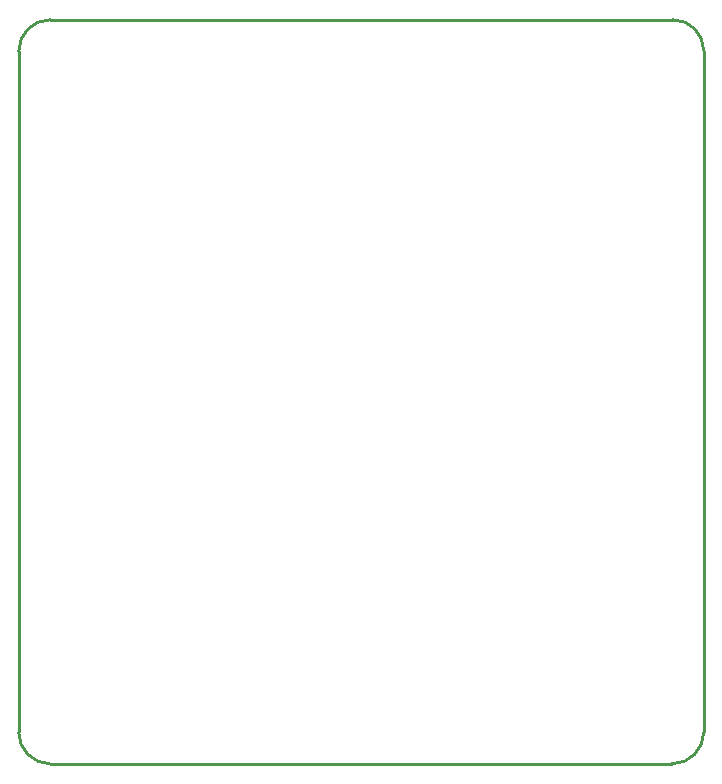
<source format=gbr>
%TF.GenerationSoftware,Altium Limited,Altium Designer,20.1.12 (249)*%
G04 Layer_Color=16711935*
%FSLAX26Y26*%
%MOIN*%
%TF.SameCoordinates,B967F61E-ED45-4387-9E05-25525081BA1A*%
%TF.FilePolarity,Positive*%
%TF.FileFunction,Other,Mechanical_1*%
%TF.Part,Single*%
G01*
G75*
%TA.AperFunction,NonConductor*%
%ADD18C,0.010000*%
D18*
X110276Y2485315D02*
G03*
X5000Y2380039I0J-105276D01*
G01*
X2288465Y2382362D02*
G03*
X2185512Y2485315I-102953J-0D01*
G01*
X5000Y110433D02*
G03*
X110433Y5000I105433J0D01*
G01*
X2183189D02*
G03*
X2288465Y110276I-0J105276D01*
G01*
X2288622Y110236D02*
X2288622Y2382362D01*
X5000Y110433D02*
Y2380039D01*
X110433Y5000D02*
X2183189D01*
X110276Y2485315D02*
X2185512D01*
%TF.MD5,357168514669be95621da3eed74fb414*%
M02*

</source>
